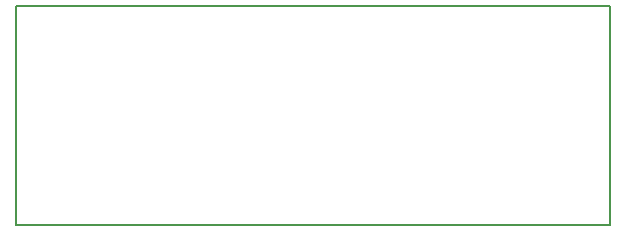
<source format=gbo>
G04*
G04 #@! TF.GenerationSoftware,Altium Limited,Altium Designer,23.1.1 (15)*
G04*
G04 Layer_Color=32896*
%FSLAX25Y25*%
%MOIN*%
G70*
G04*
G04 #@! TF.SameCoordinates,8C77E051-C172-4F39-AE62-CDD73B8C3D6F*
G04*
G04*
G04 #@! TF.FilePolarity,Positive*
G04*
G01*
G75*
%ADD16C,0.00500*%
D16*
X21004Y96504D02*
X218996D01*
X21004D02*
Y169496D01*
X218996D01*
Y96504D02*
Y169496D01*
X21004Y96504D02*
X218996D01*
X21004D02*
Y169496D01*
X218996D01*
Y96504D02*
Y169496D01*
M02*

</source>
